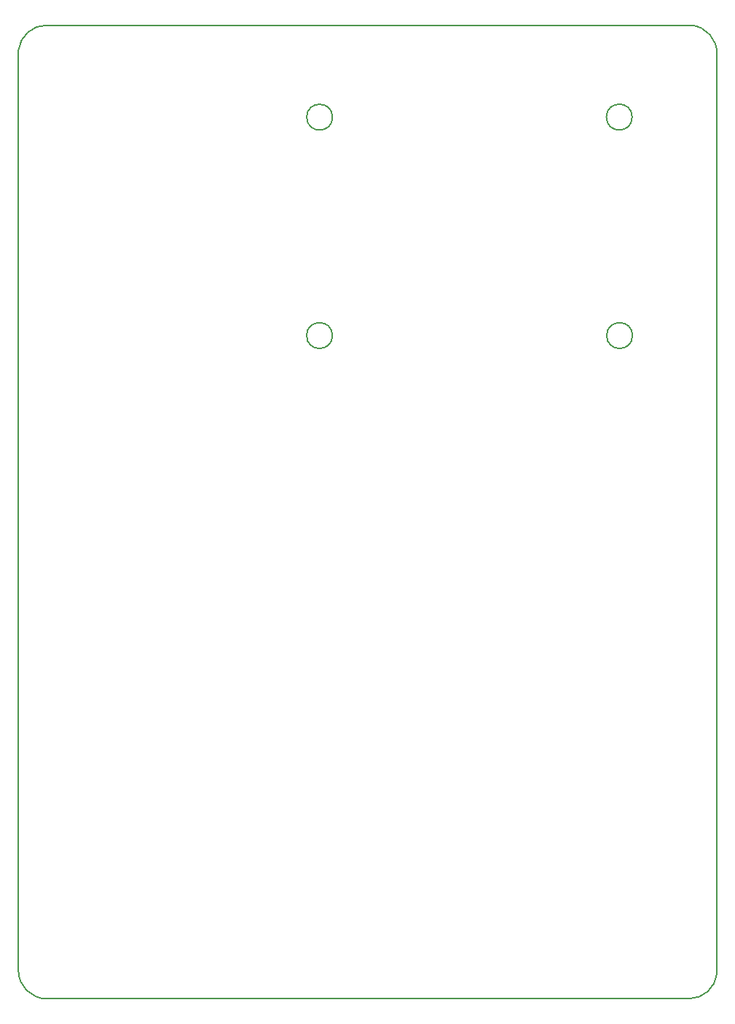
<source format=gbr>
%TF.GenerationSoftware,KiCad,Pcbnew,8.0.1*%
%TF.CreationDate,2024-04-10T08:00:09+05:30*%
%TF.ProjectId,AquaSense,41717561-5365-46e7-9365-2e6b69636164,V 1.0*%
%TF.SameCoordinates,Original*%
%TF.FileFunction,Profile,NP*%
%FSLAX46Y46*%
G04 Gerber Fmt 4.6, Leading zero omitted, Abs format (unit mm)*
G04 Created by KiCad (PCBNEW 8.0.1) date 2024-04-10 08:00:09*
%MOMM*%
%LPD*%
G01*
G04 APERTURE LIST*
%TA.AperFunction,Profile*%
%ADD10C,0.200000*%
%TD*%
G04 APERTURE END LIST*
D10*
X35932000Y-32467769D02*
X110806489Y-32467769D01*
X110574548Y-145568548D02*
X35951500Y-145568548D01*
X103992000Y-43145000D02*
G75*
G02*
X100992000Y-43145000I-1500000J0D01*
G01*
X100992000Y-43145000D02*
G75*
G02*
X103992000Y-43145000I1500000J0D01*
G01*
X113854548Y-35921216D02*
X113854548Y-142631260D01*
X113854547Y-142631260D02*
G75*
G02*
X110574548Y-145568536I-3279947J362660D01*
G01*
X104032000Y-68525000D02*
G75*
G02*
X101032000Y-68525000I-1500000J0D01*
G01*
X101032000Y-68525000D02*
G75*
G02*
X104032000Y-68525000I1500000J0D01*
G01*
X35951500Y-145568548D02*
G75*
G02*
X32651452Y-142268500I0J3300048D01*
G01*
X32651452Y-142268500D02*
X32651452Y-35409995D01*
X110806489Y-32467770D02*
G75*
G02*
X113854547Y-35921216I-247989J-3290730D01*
G01*
X69152000Y-68525000D02*
G75*
G02*
X66152000Y-68525000I-1500000J0D01*
G01*
X66152000Y-68525000D02*
G75*
G02*
X69152000Y-68525000I1500000J0D01*
G01*
X69162000Y-43155000D02*
G75*
G02*
X66162000Y-43155000I-1500000J0D01*
G01*
X66162000Y-43155000D02*
G75*
G02*
X69162000Y-43155000I1500000J0D01*
G01*
X32651453Y-35409995D02*
G75*
G02*
X35932000Y-32467798I3280547J-357805D01*
G01*
M02*

</source>
